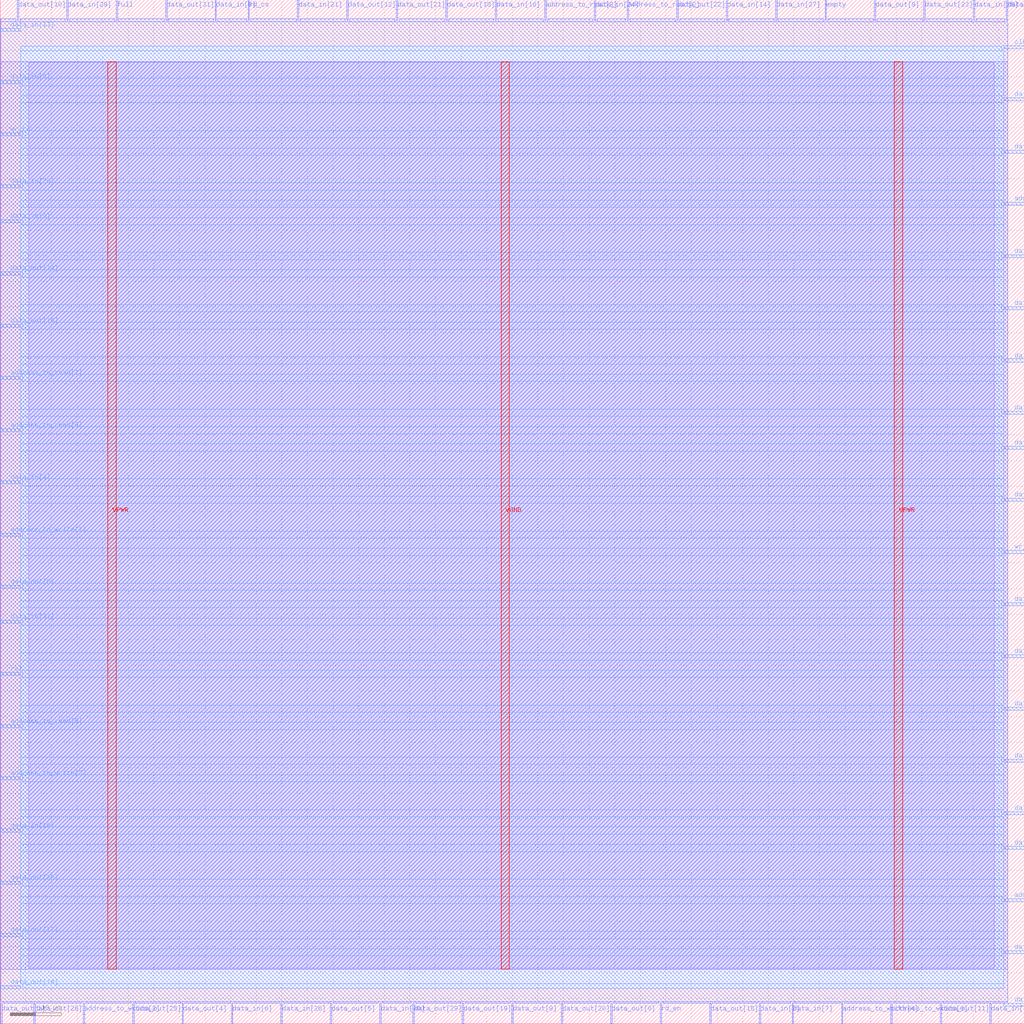
<source format=lef>
VERSION 5.7 ;
  NOWIREEXTENSIONATPIN ON ;
  DIVIDERCHAR "/" ;
  BUSBITCHARS "[]" ;
MACRO sync_fifo_32x64
  CLASS BLOCK ;
  FOREIGN sync_fifo_32x64 ;
  ORIGIN 0.000 0.000 ;
  SIZE 200.000 BY 200.000 ;
  PIN VGND
    DIRECTION INOUT ;
    USE GROUND ;
    PORT
      LAYER met4 ;
        RECT 97.840 10.640 99.440 187.920 ;
    END
  END VGND
  PIN VPWR
    DIRECTION INOUT ;
    USE POWER ;
    PORT
      LAYER met4 ;
        RECT 21.040 10.640 22.640 187.920 ;
    END
    PORT
      LAYER met4 ;
        RECT 174.640 10.640 176.240 187.920 ;
    END
  END VPWR
  PIN address_to_read[0]
    DIRECTION INPUT ;
    USE SIGNAL ;
    PORT
      LAYER met3 ;
        RECT 0.000 115.640 4.000 116.240 ;
    END
  END address_to_read[0]
  PIN address_to_read[1]
    DIRECTION INPUT ;
    USE SIGNAL ;
    PORT
      LAYER met3 ;
        RECT 0.000 125.840 4.000 126.440 ;
    END
  END address_to_read[1]
  PIN address_to_read[2]
    DIRECTION INPUT ;
    USE SIGNAL ;
    PORT
      LAYER met2 ;
        RECT 122.450 196.000 122.730 200.000 ;
    END
  END address_to_read[2]
  PIN address_to_read[3]
    DIRECTION INPUT ;
    USE SIGNAL ;
    PORT
      LAYER met2 ;
        RECT 106.350 196.000 106.630 200.000 ;
    END
  END address_to_read[3]
  PIN address_to_read[4]
    DIRECTION INPUT ;
    USE SIGNAL ;
    PORT
      LAYER met3 ;
        RECT 196.000 159.840 200.000 160.440 ;
    END
  END address_to_read[4]
  PIN address_to_read[5]
    DIRECTION INPUT ;
    USE SIGNAL ;
    PORT
      LAYER met3 ;
        RECT 0.000 57.840 4.000 58.440 ;
    END
  END address_to_read[5]
  PIN address_to_write[0]
    DIRECTION INPUT ;
    USE SIGNAL ;
    PORT
      LAYER met2 ;
        RECT 173.970 0.000 174.250 4.000 ;
    END
  END address_to_write[0]
  PIN address_to_write[1]
    DIRECTION INPUT ;
    USE SIGNAL ;
    PORT
      LAYER met3 ;
        RECT 0.000 95.240 4.000 95.840 ;
    END
  END address_to_write[1]
  PIN address_to_write[2]
    DIRECTION INPUT ;
    USE SIGNAL ;
    PORT
      LAYER met2 ;
        RECT 16.190 0.000 16.470 4.000 ;
    END
  END address_to_write[2]
  PIN address_to_write[3]
    DIRECTION INPUT ;
    USE SIGNAL ;
    PORT
      LAYER met3 ;
        RECT 0.000 47.640 4.000 48.240 ;
    END
  END address_to_write[3]
  PIN address_to_write[4]
    DIRECTION INPUT ;
    USE SIGNAL ;
    PORT
      LAYER met2 ;
        RECT 164.310 0.000 164.590 4.000 ;
    END
  END address_to_write[4]
  PIN address_to_write[5]
    DIRECTION INPUT ;
    USE SIGNAL ;
    PORT
      LAYER met3 ;
        RECT 196.000 23.840 200.000 24.440 ;
    END
  END address_to_write[5]
  PIN clk
    DIRECTION INPUT ;
    USE SIGNAL ;
    PORT
      LAYER met3 ;
        RECT 196.000 190.440 200.000 191.040 ;
    END
  END clk
  PIN data_in[0]
    DIRECTION INPUT ;
    USE SIGNAL ;
    PORT
      LAYER met3 ;
        RECT 196.000 81.640 200.000 82.240 ;
    END
  END data_in[0]
  PIN data_in[10]
    DIRECTION INPUT ;
    USE SIGNAL ;
    PORT
      LAYER met3 ;
        RECT 196.000 139.440 200.000 140.040 ;
    END
  END data_in[10]
  PIN data_in[11]
    DIRECTION INPUT ;
    USE SIGNAL ;
    PORT
      LAYER met3 ;
        RECT 196.000 3.440 200.000 4.040 ;
    END
  END data_in[11]
  PIN data_in[12]
    DIRECTION INPUT ;
    USE SIGNAL ;
    PORT
      LAYER met3 ;
        RECT 196.000 51.040 200.000 51.640 ;
    END
  END data_in[12]
  PIN data_in[13]
    DIRECTION INPUT ;
    USE SIGNAL ;
    PORT
      LAYER met3 ;
        RECT 0.000 193.840 4.000 194.440 ;
    END
  END data_in[13]
  PIN data_in[14]
    DIRECTION INPUT ;
    USE SIGNAL ;
    PORT
      LAYER met2 ;
        RECT 141.770 196.000 142.050 200.000 ;
    END
  END data_in[14]
  PIN data_in[15]
    DIRECTION INPUT ;
    USE SIGNAL ;
    PORT
      LAYER met3 ;
        RECT 196.000 34.040 200.000 34.640 ;
    END
  END data_in[15]
  PIN data_in[16]
    DIRECTION INPUT ;
    USE SIGNAL ;
    PORT
      LAYER met2 ;
        RECT 96.690 196.000 96.970 200.000 ;
    END
  END data_in[16]
  PIN data_in[17]
    DIRECTION INPUT ;
    USE SIGNAL ;
    PORT
      LAYER met3 ;
        RECT 196.000 119.040 200.000 119.640 ;
    END
  END data_in[17]
  PIN data_in[18]
    DIRECTION INPUT ;
    USE SIGNAL ;
    PORT
      LAYER met3 ;
        RECT 196.000 71.440 200.000 72.040 ;
    END
  END data_in[18]
  PIN data_in[19]
    DIRECTION INPUT ;
    USE SIGNAL ;
    PORT
      LAYER met3 ;
        RECT 0.000 37.440 4.000 38.040 ;
    END
  END data_in[19]
  PIN data_in[1]
    DIRECTION INPUT ;
    USE SIGNAL ;
    PORT
      LAYER met2 ;
        RECT 193.290 0.000 193.570 4.000 ;
    END
  END data_in[1]
  PIN data_in[20]
    DIRECTION INPUT ;
    USE SIGNAL ;
    PORT
      LAYER met3 ;
        RECT 0.000 163.240 4.000 163.840 ;
    END
  END data_in[20]
  PIN data_in[21]
    DIRECTION INPUT ;
    USE SIGNAL ;
    PORT
      LAYER met2 ;
        RECT 58.050 196.000 58.330 200.000 ;
    END
  END data_in[21]
  PIN data_in[22]
    DIRECTION INPUT ;
    USE SIGNAL ;
    PORT
      LAYER met3 ;
        RECT 196.000 129.240 200.000 129.840 ;
    END
  END data_in[22]
  PIN data_in[23]
    DIRECTION INPUT ;
    USE SIGNAL ;
    PORT
      LAYER met3 ;
        RECT 196.000 61.240 200.000 61.840 ;
    END
  END data_in[23]
  PIN data_in[24]
    DIRECTION INPUT ;
    USE SIGNAL ;
    PORT
      LAYER met2 ;
        RECT 116.010 196.000 116.290 200.000 ;
    END
  END data_in[24]
  PIN data_in[25]
    DIRECTION INPUT ;
    USE SIGNAL ;
    PORT
      LAYER met3 ;
        RECT 196.000 170.040 200.000 170.640 ;
    END
  END data_in[25]
  PIN data_in[26]
    DIRECTION INPUT ;
    USE SIGNAL ;
    PORT
      LAYER met2 ;
        RECT 54.830 0.000 55.110 4.000 ;
    END
  END data_in[26]
  PIN data_in[27]
    DIRECTION INPUT ;
    USE SIGNAL ;
    PORT
      LAYER met2 ;
        RECT 151.430 196.000 151.710 200.000 ;
    END
  END data_in[27]
  PIN data_in[28]
    DIRECTION INPUT ;
    USE SIGNAL ;
    PORT
      LAYER met2 ;
        RECT 190.070 196.000 190.350 200.000 ;
    END
  END data_in[28]
  PIN data_in[29]
    DIRECTION INPUT ;
    USE SIGNAL ;
    PORT
      LAYER met2 ;
        RECT 12.970 196.000 13.250 200.000 ;
    END
  END data_in[29]
  PIN data_in[2]
    DIRECTION INPUT ;
    USE SIGNAL ;
    PORT
      LAYER met2 ;
        RECT 148.210 0.000 148.490 4.000 ;
    END
  END data_in[2]
  PIN data_in[30]
    DIRECTION INPUT ;
    USE SIGNAL ;
    PORT
      LAYER met2 ;
        RECT 74.150 0.000 74.430 4.000 ;
    END
  END data_in[30]
  PIN data_in[31]
    DIRECTION INPUT ;
    USE SIGNAL ;
    PORT
      LAYER met3 ;
        RECT 0.000 78.240 4.000 78.840 ;
    END
  END data_in[31]
  PIN data_in[3]
    DIRECTION INPUT ;
    USE SIGNAL ;
    PORT
      LAYER met3 ;
        RECT 196.000 149.640 200.000 150.240 ;
    END
  END data_in[3]
  PIN data_in[4]
    DIRECTION INPUT ;
    USE SIGNAL ;
    PORT
      LAYER met3 ;
        RECT 0.000 105.440 4.000 106.040 ;
    END
  END data_in[4]
  PIN data_in[5]
    DIRECTION INPUT ;
    USE SIGNAL ;
    PORT
      LAYER met3 ;
        RECT 0.000 183.640 4.000 184.240 ;
    END
  END data_in[5]
  PIN data_in[6]
    DIRECTION INPUT ;
    USE SIGNAL ;
    PORT
      LAYER met2 ;
        RECT 45.170 0.000 45.450 4.000 ;
    END
  END data_in[6]
  PIN data_in[7]
    DIRECTION INPUT ;
    USE SIGNAL ;
    PORT
      LAYER met2 ;
        RECT 154.650 0.000 154.930 4.000 ;
    END
  END data_in[7]
  PIN data_in[8]
    DIRECTION INPUT ;
    USE SIGNAL ;
    PORT
      LAYER met2 ;
        RECT 41.950 196.000 42.230 200.000 ;
    END
  END data_in[8]
  PIN data_in[9]
    DIRECTION INPUT ;
    USE SIGNAL ;
    PORT
      LAYER met3 ;
        RECT 0.000 156.440 4.000 157.040 ;
    END
  END data_in[9]
  PIN data_out[0]
    DIRECTION OUTPUT TRISTATE ;
    USE SIGNAL ;
    PORT
      LAYER met2 ;
        RECT 119.230 0.000 119.510 4.000 ;
    END
  END data_out[0]
  PIN data_out[10]
    DIRECTION OUTPUT TRISTATE ;
    USE SIGNAL ;
    PORT
      LAYER met2 ;
        RECT 3.310 196.000 3.590 200.000 ;
    END
  END data_out[10]
  PIN data_out[11]
    DIRECTION OUTPUT TRISTATE ;
    USE SIGNAL ;
    PORT
      LAYER met2 ;
        RECT 183.630 0.000 183.910 4.000 ;
    END
  END data_out[11]
  PIN data_out[12]
    DIRECTION OUTPUT TRISTATE ;
    USE SIGNAL ;
    PORT
      LAYER met2 ;
        RECT 67.710 196.000 67.990 200.000 ;
    END
  END data_out[12]
  PIN data_out[13]
    DIRECTION OUTPUT TRISTATE ;
    USE SIGNAL ;
    PORT
      LAYER met3 ;
        RECT 196.000 40.840 200.000 41.440 ;
    END
  END data_out[13]
  PIN data_out[14]
    DIRECTION OUTPUT TRISTATE ;
    USE SIGNAL ;
    PORT
      LAYER met3 ;
        RECT 0.000 6.840 4.000 7.440 ;
    END
  END data_out[14]
  PIN data_out[15]
    DIRECTION OUTPUT TRISTATE ;
    USE SIGNAL ;
    PORT
      LAYER met2 ;
        RECT 138.550 0.000 138.830 4.000 ;
    END
  END data_out[15]
  PIN data_out[16]
    DIRECTION OUTPUT TRISTATE ;
    USE SIGNAL ;
    PORT
      LAYER met3 ;
        RECT 0.000 136.040 4.000 136.640 ;
    END
  END data_out[16]
  PIN data_out[17]
    DIRECTION OUTPUT TRISTATE ;
    USE SIGNAL ;
    PORT
      LAYER met3 ;
        RECT 0.000 17.040 4.000 17.640 ;
    END
  END data_out[17]
  PIN data_out[18]
    DIRECTION OUTPUT TRISTATE ;
    USE SIGNAL ;
    PORT
      LAYER met2 ;
        RECT 87.030 196.000 87.310 200.000 ;
    END
  END data_out[18]
  PIN data_out[19]
    DIRECTION OUTPUT TRISTATE ;
    USE SIGNAL ;
    PORT
      LAYER met2 ;
        RECT 90.250 0.000 90.530 4.000 ;
    END
  END data_out[19]
  PIN data_out[1]
    DIRECTION OUTPUT TRISTATE ;
    USE SIGNAL ;
    PORT
      LAYER met2 ;
        RECT 0.090 0.000 0.370 4.000 ;
    END
  END data_out[1]
  PIN data_out[20]
    DIRECTION OUTPUT TRISTATE ;
    USE SIGNAL ;
    PORT
      LAYER met2 ;
        RECT 109.570 0.000 109.850 4.000 ;
    END
  END data_out[20]
  PIN data_out[21]
    DIRECTION OUTPUT TRISTATE ;
    USE SIGNAL ;
    PORT
      LAYER met2 ;
        RECT 77.370 196.000 77.650 200.000 ;
    END
  END data_out[21]
  PIN data_out[22]
    DIRECTION OUTPUT TRISTATE ;
    USE SIGNAL ;
    PORT
      LAYER met2 ;
        RECT 132.110 196.000 132.390 200.000 ;
    END
  END data_out[22]
  PIN data_out[23]
    DIRECTION OUTPUT TRISTATE ;
    USE SIGNAL ;
    PORT
      LAYER met2 ;
        RECT 180.410 196.000 180.690 200.000 ;
    END
  END data_out[23]
  PIN data_out[24]
    DIRECTION OUTPUT TRISTATE ;
    USE SIGNAL ;
    PORT
      LAYER met3 ;
        RECT 0.000 146.240 4.000 146.840 ;
    END
  END data_out[24]
  PIN data_out[25]
    DIRECTION OUTPUT TRISTATE ;
    USE SIGNAL ;
    PORT
      LAYER met2 ;
        RECT 25.850 0.000 26.130 4.000 ;
    END
  END data_out[25]
  PIN data_out[26]
    DIRECTION OUTPUT TRISTATE ;
    USE SIGNAL ;
    PORT
      LAYER met2 ;
        RECT 6.530 0.000 6.810 4.000 ;
    END
  END data_out[26]
  PIN data_out[27]
    DIRECTION OUTPUT TRISTATE ;
    USE SIGNAL ;
    PORT
      LAYER met2 ;
        RECT 196.510 196.000 196.790 200.000 ;
    END
  END data_out[27]
  PIN data_out[28]
    DIRECTION OUTPUT TRISTATE ;
    USE SIGNAL ;
    PORT
      LAYER met3 ;
        RECT 0.000 27.240 4.000 27.840 ;
    END
  END data_out[28]
  PIN data_out[29]
    DIRECTION OUTPUT TRISTATE ;
    USE SIGNAL ;
    PORT
      LAYER met2 ;
        RECT 80.590 0.000 80.870 4.000 ;
    END
  END data_out[29]
  PIN data_out[2]
    DIRECTION OUTPUT TRISTATE ;
    USE SIGNAL ;
    PORT
      LAYER met3 ;
        RECT 196.000 180.240 200.000 180.840 ;
    END
  END data_out[2]
  PIN data_out[30]
    DIRECTION OUTPUT TRISTATE ;
    USE SIGNAL ;
    PORT
      LAYER met3 ;
        RECT 196.000 13.640 200.000 14.240 ;
    END
  END data_out[30]
  PIN data_out[31]
    DIRECTION OUTPUT TRISTATE ;
    USE SIGNAL ;
    PORT
      LAYER met2 ;
        RECT 32.290 196.000 32.570 200.000 ;
    END
  END data_out[31]
  PIN data_out[3]
    DIRECTION OUTPUT TRISTATE ;
    USE SIGNAL ;
    PORT
      LAYER met3 ;
        RECT 196.000 102.040 200.000 102.640 ;
    END
  END data_out[3]
  PIN data_out[4]
    DIRECTION OUTPUT TRISTATE ;
    USE SIGNAL ;
    PORT
      LAYER met2 ;
        RECT 35.510 0.000 35.790 4.000 ;
    END
  END data_out[4]
  PIN data_out[5]
    DIRECTION OUTPUT TRISTATE ;
    USE SIGNAL ;
    PORT
      LAYER met2 ;
        RECT 64.490 0.000 64.770 4.000 ;
    END
  END data_out[5]
  PIN data_out[6]
    DIRECTION OUTPUT TRISTATE ;
    USE SIGNAL ;
    PORT
      LAYER met3 ;
        RECT 0.000 85.040 4.000 85.640 ;
    END
  END data_out[6]
  PIN data_out[7]
    DIRECTION OUTPUT TRISTATE ;
    USE SIGNAL ;
    PORT
      LAYER met3 ;
        RECT 196.000 112.240 200.000 112.840 ;
    END
  END data_out[7]
  PIN data_out[8]
    DIRECTION OUTPUT TRISTATE ;
    USE SIGNAL ;
    PORT
      LAYER met2 ;
        RECT 99.910 0.000 100.190 4.000 ;
    END
  END data_out[8]
  PIN data_out[9]
    DIRECTION OUTPUT TRISTATE ;
    USE SIGNAL ;
    PORT
      LAYER met2 ;
        RECT 170.750 196.000 171.030 200.000 ;
    END
  END data_out[9]
  PIN empty
    DIRECTION OUTPUT TRISTATE ;
    USE SIGNAL ;
    PORT
      LAYER met2 ;
        RECT 161.090 196.000 161.370 200.000 ;
    END
  END empty
  PIN full
    DIRECTION OUTPUT TRISTATE ;
    USE SIGNAL ;
    PORT
      LAYER met2 ;
        RECT 22.630 196.000 22.910 200.000 ;
    END
  END full
  PIN rd_cs
    DIRECTION INPUT ;
    USE SIGNAL ;
    PORT
      LAYER met2 ;
        RECT 48.390 196.000 48.670 200.000 ;
    END
  END rd_cs
  PIN rd_en
    DIRECTION INPUT ;
    USE SIGNAL ;
    PORT
      LAYER met2 ;
        RECT 128.890 0.000 129.170 4.000 ;
    END
  END rd_en
  PIN rst
    DIRECTION INPUT ;
    USE SIGNAL ;
    PORT
      LAYER met3 ;
        RECT 0.000 68.040 4.000 68.640 ;
    END
  END rst
  PIN wr_cs
    DIRECTION INPUT ;
    USE SIGNAL ;
    PORT
      LAYER met3 ;
        RECT 0.000 173.440 4.000 174.040 ;
    END
  END wr_cs
  PIN wr_en
    DIRECTION INPUT ;
    USE SIGNAL ;
    PORT
      LAYER met3 ;
        RECT 196.000 91.840 200.000 92.440 ;
    END
  END wr_en
  OBS
      LAYER li1 ;
        RECT 5.520 10.795 194.120 187.765 ;
      LAYER met1 ;
        RECT 0.070 10.640 196.810 187.920 ;
      LAYER met2 ;
        RECT 0.100 195.720 3.030 196.250 ;
        RECT 3.870 195.720 12.690 196.250 ;
        RECT 13.530 195.720 22.350 196.250 ;
        RECT 23.190 195.720 32.010 196.250 ;
        RECT 32.850 195.720 41.670 196.250 ;
        RECT 42.510 195.720 48.110 196.250 ;
        RECT 48.950 195.720 57.770 196.250 ;
        RECT 58.610 195.720 67.430 196.250 ;
        RECT 68.270 195.720 77.090 196.250 ;
        RECT 77.930 195.720 86.750 196.250 ;
        RECT 87.590 195.720 96.410 196.250 ;
        RECT 97.250 195.720 106.070 196.250 ;
        RECT 106.910 195.720 115.730 196.250 ;
        RECT 116.570 195.720 122.170 196.250 ;
        RECT 123.010 195.720 131.830 196.250 ;
        RECT 132.670 195.720 141.490 196.250 ;
        RECT 142.330 195.720 151.150 196.250 ;
        RECT 151.990 195.720 160.810 196.250 ;
        RECT 161.650 195.720 170.470 196.250 ;
        RECT 171.310 195.720 180.130 196.250 ;
        RECT 180.970 195.720 189.790 196.250 ;
        RECT 190.630 195.720 196.230 196.250 ;
        RECT 0.100 4.280 196.780 195.720 ;
        RECT 0.650 4.000 6.250 4.280 ;
        RECT 7.090 4.000 15.910 4.280 ;
        RECT 16.750 4.000 25.570 4.280 ;
        RECT 26.410 4.000 35.230 4.280 ;
        RECT 36.070 4.000 44.890 4.280 ;
        RECT 45.730 4.000 54.550 4.280 ;
        RECT 55.390 4.000 64.210 4.280 ;
        RECT 65.050 4.000 73.870 4.280 ;
        RECT 74.710 4.000 80.310 4.280 ;
        RECT 81.150 4.000 89.970 4.280 ;
        RECT 90.810 4.000 99.630 4.280 ;
        RECT 100.470 4.000 109.290 4.280 ;
        RECT 110.130 4.000 118.950 4.280 ;
        RECT 119.790 4.000 128.610 4.280 ;
        RECT 129.450 4.000 138.270 4.280 ;
        RECT 139.110 4.000 147.930 4.280 ;
        RECT 148.770 4.000 154.370 4.280 ;
        RECT 155.210 4.000 164.030 4.280 ;
        RECT 164.870 4.000 173.690 4.280 ;
        RECT 174.530 4.000 183.350 4.280 ;
        RECT 184.190 4.000 193.010 4.280 ;
        RECT 193.850 4.000 196.780 4.280 ;
      LAYER met3 ;
        RECT 4.000 190.040 195.600 190.905 ;
        RECT 4.000 184.640 196.000 190.040 ;
        RECT 4.400 183.240 196.000 184.640 ;
        RECT 4.000 181.240 196.000 183.240 ;
        RECT 4.000 179.840 195.600 181.240 ;
        RECT 4.000 174.440 196.000 179.840 ;
        RECT 4.400 173.040 196.000 174.440 ;
        RECT 4.000 171.040 196.000 173.040 ;
        RECT 4.000 169.640 195.600 171.040 ;
        RECT 4.000 164.240 196.000 169.640 ;
        RECT 4.400 162.840 196.000 164.240 ;
        RECT 4.000 160.840 196.000 162.840 ;
        RECT 4.000 159.440 195.600 160.840 ;
        RECT 4.000 157.440 196.000 159.440 ;
        RECT 4.400 156.040 196.000 157.440 ;
        RECT 4.000 150.640 196.000 156.040 ;
        RECT 4.000 149.240 195.600 150.640 ;
        RECT 4.000 147.240 196.000 149.240 ;
        RECT 4.400 145.840 196.000 147.240 ;
        RECT 4.000 140.440 196.000 145.840 ;
        RECT 4.000 139.040 195.600 140.440 ;
        RECT 4.000 137.040 196.000 139.040 ;
        RECT 4.400 135.640 196.000 137.040 ;
        RECT 4.000 130.240 196.000 135.640 ;
        RECT 4.000 128.840 195.600 130.240 ;
        RECT 4.000 126.840 196.000 128.840 ;
        RECT 4.400 125.440 196.000 126.840 ;
        RECT 4.000 120.040 196.000 125.440 ;
        RECT 4.000 118.640 195.600 120.040 ;
        RECT 4.000 116.640 196.000 118.640 ;
        RECT 4.400 115.240 196.000 116.640 ;
        RECT 4.000 113.240 196.000 115.240 ;
        RECT 4.000 111.840 195.600 113.240 ;
        RECT 4.000 106.440 196.000 111.840 ;
        RECT 4.400 105.040 196.000 106.440 ;
        RECT 4.000 103.040 196.000 105.040 ;
        RECT 4.000 101.640 195.600 103.040 ;
        RECT 4.000 96.240 196.000 101.640 ;
        RECT 4.400 94.840 196.000 96.240 ;
        RECT 4.000 92.840 196.000 94.840 ;
        RECT 4.000 91.440 195.600 92.840 ;
        RECT 4.000 86.040 196.000 91.440 ;
        RECT 4.400 84.640 196.000 86.040 ;
        RECT 4.000 82.640 196.000 84.640 ;
        RECT 4.000 81.240 195.600 82.640 ;
        RECT 4.000 79.240 196.000 81.240 ;
        RECT 4.400 77.840 196.000 79.240 ;
        RECT 4.000 72.440 196.000 77.840 ;
        RECT 4.000 71.040 195.600 72.440 ;
        RECT 4.000 69.040 196.000 71.040 ;
        RECT 4.400 67.640 196.000 69.040 ;
        RECT 4.000 62.240 196.000 67.640 ;
        RECT 4.000 60.840 195.600 62.240 ;
        RECT 4.000 58.840 196.000 60.840 ;
        RECT 4.400 57.440 196.000 58.840 ;
        RECT 4.000 52.040 196.000 57.440 ;
        RECT 4.000 50.640 195.600 52.040 ;
        RECT 4.000 48.640 196.000 50.640 ;
        RECT 4.400 47.240 196.000 48.640 ;
        RECT 4.000 41.840 196.000 47.240 ;
        RECT 4.000 40.440 195.600 41.840 ;
        RECT 4.000 38.440 196.000 40.440 ;
        RECT 4.400 37.040 196.000 38.440 ;
        RECT 4.000 35.040 196.000 37.040 ;
        RECT 4.000 33.640 195.600 35.040 ;
        RECT 4.000 28.240 196.000 33.640 ;
        RECT 4.400 26.840 196.000 28.240 ;
        RECT 4.000 24.840 196.000 26.840 ;
        RECT 4.000 23.440 195.600 24.840 ;
        RECT 4.000 18.040 196.000 23.440 ;
        RECT 4.400 16.640 196.000 18.040 ;
        RECT 4.000 14.640 196.000 16.640 ;
        RECT 4.000 13.240 195.600 14.640 ;
        RECT 4.000 7.840 196.000 13.240 ;
        RECT 4.400 6.975 196.000 7.840 ;
  END
END sync_fifo_32x64
END LIBRARY


</source>
